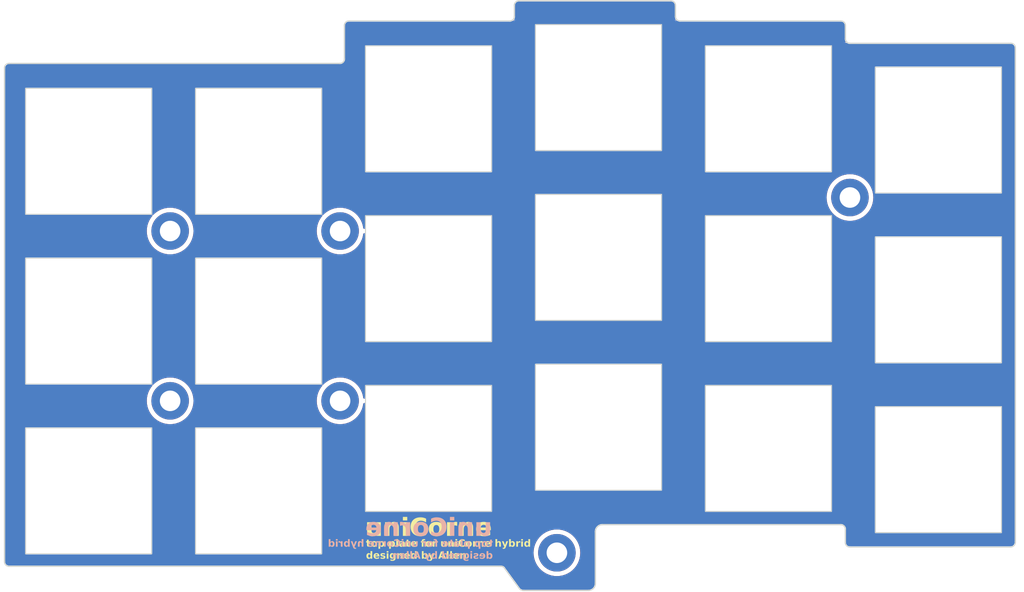
<source format=kicad_pcb>
(kicad_pcb (version 20240108) (generator "pcbnew") (generator_version "8.0")
  (layers (0 "F.Cu" signal) (31 "B.Cu" signal) (34 "B.Paste" user) (35 "F.Paste" user) (36 "B.SilkS" user "B.Silkscreen") (37 "F.SilkS" user "F.Silkscreen") (38 "B.Mask" user) (39 "F.Mask" user) (44 "Edge.Cuts" user))
  (net 0 "")
  (net 1 "GND")
  (footprint "KBD_PARTS:M2_Hole_TH" (layer "F.Cu") (at 98.46 105.85)
    (property "Reference" "H6" (hide yes))
    (property "Value" "MountingHole")
    (pad "" thru_hole circle (at 0 0) (size 4.2 4.2) (drill 2.3) (layers "*.Cu" "*.Mask"))
  )
  (footprint "KBD_PARTS:M2_Hole_TH" (layer "F.Cu") (at 122.7 122.85)
    (property "Reference" "H4" (hide yes))
    (property "Value" "MountingHole")
    (pad "" thru_hole circle (at 0 0) (size 4.2 4.2) (drill 2.3) (layers "*.Cu" "*.Mask"))
  )
  (footprint "KBD_PARTS:M2_Hole_TH" (layer "F.Cu") (at 79.46 105.85)
    (property "Reference" "H6" (hide yes))
    (property "Value" "MountingHole")
    (pad "" thru_hole circle (at 0 0) (size 4.2 4.2) (drill 2.3) (layers "*.Cu" "*.Mask"))
  )
  (footprint "KBD_PARTS:M2_Hole_TH" (layer "F.Cu") (at 79.46 86.85)
    (property "Reference" "H7" (hide yes))
    (property "Value" "MountingHole")
    (pad "" thru_hole circle (at 0 0) (size 4.2 4.2) (drill 2.3) (layers "*.Cu" "*.Mask"))
  )
  (footprint "KBD_PARTS:M2_Hole_TH" (layer "F.Cu") (at 98.46 86.85)
    (property "Reference" "H7" (hide yes))
    (property "Value" "MountingHole")
    (pad "" thru_hole circle (at 0 0) (size 4.2 4.2) (drill 2.3) (layers "*.Cu" "*.Mask"))
  )
  (footprint "KBD_PARTS:M2_Hole_TH" (layer "F.Cu") (at 155.46 83.1)
    (property "Reference" "H5" (hide yes))
    (property "Value" "MountingHole")
    (pad "" thru_hole circle (at 0 0) (size 4.2 4.2) (drill 2.3) (layers "*.Cu" "*.Mask"))
  )
  (footprint "KBD_PARTS:SW_hole_14x14" (layer "B.Cu") (at 127.35 89.7996 180)
    (property "Reference" "SW8" (hide yes))
    (property "Value" "SW_MX_HS" (hide yes))
    (fp_rect (start -7.05 7.05) (end 7.05 -7.05) (stroke (width 0.12)) (fill none) (layer "Edge.Cuts"))
  )
  (footprint "KBD_PARTS:SW_hole_14x14" (layer "B.Cu") (at 89.35 77.9246 180)
    (property "Reference" "SW1" (hide yes))
    (property "Value" "SW_MX_HS" (hide yes))
    (fp_rect (start -7.05 7.05) (end 7.05 -7.05) (stroke (width 0.12)) (fill none) (layer "Edge.Cuts"))
  )
  (footprint "KBD_PARTS:SW_hole_14x14" (layer "B.Cu") (at 165.35 113.5496 180)
    (property "Reference" "SW15" (hide yes))
    (property "Value" "SW_MX_HS" (hide yes))
    (fp_rect (start -7.05 7.05) (end 7.05 -7.05) (stroke (width 0.12)) (fill none) (layer "Edge.Cuts"))
  )
  (footprint "KBD_PARTS:SW_hole_14x14" (layer "B.Cu") (at 89.35 115.9246 180)
    (property "Reference" "SW11" (hide yes))
    (property "Value" "SW_MX_HS" (hide yes))
    (fp_rect (start -7.05 7.05) (end 7.05 -7.05) (stroke (width 0.12)) (fill none) (layer "Edge.Cuts"))
  )
  (footprint "KBD_PARTS:SW_hole_14x14" (layer "B.Cu") (at 146.35 92.1746 180)
    (property "Reference" "SW9" (hide yes))
    (property "Value" "SW_MX_HS" (hide yes))
    (fp_rect (start -7.05 7.05) (end 7.05 -7.05) (stroke (width 0.12)) (fill none) (layer "Edge.Cuts"))
  )
  (footprint "KBD_PARTS:SW_hole_14x14" (layer "B.Cu") (at 89.35 96.9246 180)
    (property "Reference" "SW6" (hide yes))
    (property "Value" "SW_MX_HS" (hide yes))
    (fp_rect (start -7.05 7.05) (end 7.05 -7.05) (stroke (width 0.12)) (fill none) (layer "Edge.Cuts"))
  )
  (footprint "KBD_PARTS:SW_hole_14x14" (layer "B.Cu") (at 146.35 73.1746 180)
    (property "Reference" "SW4" (hide yes))
    (property "Value" "SW_MX_HS" (hide yes))
    (fp_rect (start -7.05 7.05) (end 7.05 -7.05) (stroke (width 0.12)) (fill none) (layer "Edge.Cuts"))
  )
  (footprint "KBD_PARTS:SW_hole_14x14" (layer "B.Cu") (at 146.35 111.1746 180)
    (property "Reference" "SW14" (hide yes))
    (property "Value" "SW_MX_HS" (hide yes))
    (fp_rect (start -7.05 7.05) (end 7.05 -7.05) (stroke (width 0.12)) (fill none) (layer "Edge.Cuts"))
  )
  (footprint "KBD_PARTS:SW_hole_14x14" (layer "B.Cu") (at 70.35 115.9246 180)
    (property "Reference" "SW11" (hide yes))
    (property "Value" "SW_MX_HS" (hide yes))
    (fp_rect (start -7.05 7.05) (end 7.05 -7.05) (stroke (width 0.12)) (fill none) (layer "Edge.Cuts"))
  )
  (footprint "KBD_PARTS:SW_hole_14x14" (layer "B.Cu") (at 70.35 96.9246 180)
    (property "Reference" "SW6" (hide yes))
    (property "Value" "SW_MX_HS" (hide yes))
    (fp_rect (start -7.05 7.05) (end 7.05 -7.05) (stroke (width 0.12)) (fill none) (layer "Edge.Cuts"))
  )
  (footprint "KBD_PARTS:SW_hole_14x14" (layer "B.Cu") (at 108.35 73.1746 180)
    (property "Reference" "SW2" (hide yes))
    (property "Value" "SW_MX_HS" (hide yes))
    (fp_rect (start -7.05 7.05) (end 7.05 -7.05) (stroke (width 0.12)) (fill none) (layer "Edge.Cuts"))
  )
  (footprint "KBD_PARTS:SW_hole_14x14" (layer "B.Cu") (at 165.35 75.5496 180)
    (property "Reference" "SW5" (hide yes))
    (property "Value" "SW_MX_HS" (hide yes))
    (fp_rect (start -7.05 7.05) (end 7.05 -7.05) (stroke (width 0.12)) (fill none) (layer "Edge.Cuts"))
  )
  (footprint "KBD_PARTS:SW_hole_14x14" (layer "B.Cu") (at 127.35 108.7996 180)
    (property "Reference" "SW13" (hide yes))
    (property "Value" "SW_MX_HS" (hide yes))
    (fp_rect (start -7.05 7.05) (end 7.05 -7.05) (stroke (width 0.12)) (fill none) (layer "Edge.Cuts"))
  )
  (footprint "KBD_PARTS:SW_hole_14x14" (layer "B.Cu") (at 70.35 77.9246 180)
    (property "Reference" "SW1" (hide yes))
    (property "Value" "SW_MX_HS" (hide yes))
    (fp_rect (start -7.05 7.05) (end 7.05 -7.05) (stroke (width 0.12)) (fill none) (layer "Edge.Cuts"))
  )
  (footprint "KBD_PARTS:SW_hole_14x14" (layer "B.Cu") (at 165.35 94.5496 180)
    (property "Reference" "SW10" (hide yes))
    (property "Value" "SW_MX_HS" (hide yes))
    (fp_rect (start -7.05 7.05) (end 7.05 -7.05) (stroke (width 0.12)) (fill none) (layer "Edge.Cuts"))
  )
  (footprint "KBD_PARTS:SW_hole_14x14" (layer "B.Cu") (at 127.35 70.7996 180)
    (property "Reference" "SW3" (hide yes))
    (property "Value" "SW_MX_HS" (hide yes))
    (fp_rect (start -7.05 7.05) (end 7.05 -7.05) (stroke (width 0.12)) (fill none) (layer "Edge.Cuts"))
  )
  (footprint "KBD_PARTS:SW_hole_14x14" (layer "B.Cu") (at 108.35 92.1746 180)
    (property "Reference" "SW7" (hide yes))
    (property "Value" "SW_MX_HS" (hide yes))
    (fp_rect (start -7.05 7.05) (end 7.05 -7.05) (stroke (width 0.12)) (fill none) (layer "Edge.Cuts"))
  )
  (footprint "KBD_PARTS:SW_hole_14x14" (layer "B.Cu") (at 108.35 111.1746 180)
    (property "Reference" "SW12" (hide yes))
    (property "Value" "SW_MX_HS" (hide yes))
    (fp_rect (start -7.05 7.05) (end 7.05 -7.05) (stroke (width 0.12)) (fill none) (layer "Edge.Cuts"))
  )
  (gr_line (start 173.45 65.85) (end 155.45 65.85) (stroke (width 0.15)) (layer "Edge.Cuts"))
  (gr_line (start 154.95 65.35) (end 154.95 63.85) (stroke (width 0.15)) (layer "Edge.Cuts"))
  (gr_line (start 154.45 119.7) (end 127.75 119.7) (stroke (width 0.15)) (layer "Edge.Cuts"))
  (gr_line (start 173.45 122.2) (end 155.45 122.2) (stroke (width 0.15)) (layer "Edge.Cuts"))
  (gr_line (start 116.8 124.5) (end 118.53 126.87) (stroke (width 0.15)) (layer "Edge.Cuts"))
  (gr_line (start 154.45 63.35) (end 136.45 63.35) (stroke (width 0.15)) (layer "Edge.Cuts"))
  (gr_arc (start 136.45 63.35) (mid 136.096447 63.203553) (end 135.95 62.85) (stroke (width 0.15)) (layer "Edge.Cuts"))
  (gr_arc (start 127 120.5) (mid 127.209315 119.944671) (end 127.75 119.7) (stroke (width 0.15)) (layer "Edge.Cuts"))
  (gr_arc (start 135.45 61.1) (mid 135.803553 61.246447) (end 135.95 61.6) (stroke (width 0.15)) (layer "Edge.Cuts"))
  (gr_line (start 135.95 62.85) (end 135.95 61.6) (stroke (width 0.15)) (layer "Edge.Cuts"))
  (gr_arc (start 98.95 67.6) (mid 98.803553 67.953553) (end 98.45 68.1) (stroke (width 0.15)) (layer "Edge.Cuts"))
  (gr_arc (start 119 127.06) (mid 118.744307 127.016188) (end 118.53 126.87) (stroke (width 0.15)) (layer "Edge.Cuts"))
  (gr_line (start 126.25 127.06) (end 119 127.06) (stroke (width 0.15)) (layer "Edge.Cuts"))
  (gr_arc (start 117.95 62.85) (mid 117.803553 63.203553) (end 117.45 63.35) (stroke (width 0.15)) (layer "Edge.Cuts"))
  (gr_line (start 117.45 63.35) (end 99.45 63.35) (stroke (width 0.15)) (layer "Edge.Cuts"))
  (gr_arc (start 127 126.26) (mid 126.790685 126.81533) (end 126.25 127.06) (stroke (width 0.15)) (layer "Edge.Cuts"))
  (gr_line (start 127 126.26) (end 127 120.5) (stroke (width 0.15)) (layer "Edge.Cuts"))
  (gr_arc (start 98.95 63.85) (mid 99.096447 63.496447) (end 99.45 63.35) (stroke (width 0.15)) (layer "Edge.Cuts"))
  (gr_arc (start 154.45 63.35) (mid 154.803553 63.496447) (end 154.95 63.85) (stroke (width 0.15)) (layer "Edge.Cuts"))
  (gr_line (start 135.45 61.1) (end 118.45 61.1) (stroke (width 0.15)) (layer "Edge.Cuts"))
  (gr_line (start 60.95 68.6) (end 60.95 123.85) (stroke (width 0.15)) (layer "Edge.Cuts"))
  (gr_line (start 116.45 124.35) (end 61.45 124.35) (stroke (width 0.15)) (layer "Edge.Cuts"))
  (gr_arc (start 117.95 61.6) (mid 118.096447 61.246447) (end 118.45 61.1) (stroke (width 0.15)) (layer "Edge.Cuts"))
  (gr_arc (start 155.45 122.2) (mid 155.096447 122.053553) (end 154.95 121.7) (stroke (width 0.15)) (layer "Edge.Cuts"))
  (gr_line (start 173.95 66.35) (end 173.95 121.6) (stroke (width 0.15)) (layer "Edge.Cuts"))
  (gr_arc (start 154.45 119.7) (mid 154.803553 119.846447) (end 154.95 120.2) (stroke (width 0.15)) (layer "Edge.Cuts"))
  (gr_arc (start 61.45 124.35) (mid 61.096447 124.203553) (end 60.95 123.85) (stroke (width 0.15)) (layer "Edge.Cuts"))
  (gr_line (start 98.45 68.1) (end 61.45 68.1) (stroke (width 0.15)) (layer "Edge.Cuts"))
  (gr_arc (start 60.95 68.6) (mid 61.096447 68.246447) (end 61.45 68.1) (stroke (width 0.15)) (layer "Edge.Cuts"))
  (gr_line (start 98.95 63.85) (end 98.95 67.6) (stroke (width 0.15)) (layer "Edge.Cuts"))
  (gr_line (start 154.95 121.7) (end 154.95 120.2) (stroke (width 0.15)) (layer "Edge.Cuts"))
  (gr_line (start 117.95 61.6) (end 117.95 62.85) (stroke (width 0.15)) (layer "Edge.Cuts"))
  (gr_arc (start 173.95 121.6) (mid 173.824262 122.003552) (end 173.45 122.2) (stroke (width 0.15)) (layer "Edge.Cuts"))
  (gr_arc (start 116.45 124.35) (mid 116.641342 124.38806) (end 116.803553 124.496447) (stroke (width 0.15)) (layer "Edge.Cuts"))
  (gr_arc (start 173.45 65.85) (mid 173.803553 65.996447) (end 173.95 66.35) (stroke (width 0.15)) (layer "Edge.Cuts"))
  (gr_arc (start 155.45 65.85) (mid 155.096447 65.703553) (end 154.95 65.35) (stroke (width 0.15)) (layer "Edge.Cuts"))
  (gr_text "uniCorne" (at 115.45 121.3 0) (layer "B.SilkS") (effects (font (size 2 2) (thickness 0.3) (bold yes)) (justify left bottom mirror)))
  (gr_text "top plate for uniCorne hybrid\ndesigned by Allen" (at 115.541834 123.65 0) (layer "B.SilkS") (effects (font (size 0.8 0.8) (thickness 0.2) (bold yes)) (justify left bottom mirror)))
  (gr_text "top plate for uniCorne hybrid\ndesigned by Allen" (at 101.35 123.65 0) (layer "F.SilkS") (effects (font (size 0.8 0.8) (thickness 0.2) (bold yes)) (justify left bottom)))
  (gr_text "uniCorne" (at 101.258166 121.3 0) (layer "F.SilkS") (effects (font (size 2 2) (thickness 0.3) (bold yes)) (justify left bottom)))
  (zone (net 1) (net_name "GND") (layers "F&B.Cu") (connect_pads yes (clearance 0.508)) (min_thickness 0.254) (fill yes (thermal_gap 0.508) (thermal_bridge_width 0.508))
    (polygon (pts (xy 174.09 122.31) (xy 173.95 68) (xy 173.95 65.8) (xy 154.95 65.8) (xy 154.95 63.3) (xy 135.95 63.3) (xy 135.95 61) (xy 117.95 61) (xy 117.95 63.3) (xy 98.75 63.3) (xy 98.85 68) (xy 60.5 67.93) (xy 60.44 124.89) (xy 116.55 124.3) (xy 118.84 127.24) (xy 127.97 127.18) (xy 128.02 119.86) (xy 154.76 119.84) (xy 154.72 122.21)))
  )
)
</source>
